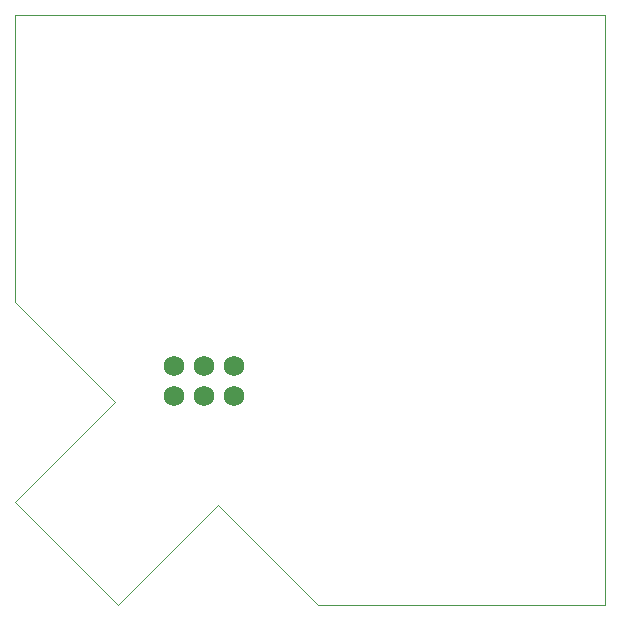
<source format=gbs>
G75*
%MOIN*%
%OFA0B0*%
%FSLAX25Y25*%
%IPPOS*%
%LPD*%
%AMOC8*
5,1,8,0,0,1.08239X$1,22.5*
%
%ADD10C,0.00000*%
%ADD11C,0.06800*%
D10*
X0007833Y0042085D02*
X0041297Y0075549D01*
X0007833Y0109014D01*
X0007833Y0204683D01*
X0204683Y0204683D01*
X0204683Y0007833D01*
X0109014Y0007833D01*
X0075549Y0041297D01*
X0042085Y0007833D01*
X0007833Y0042085D01*
D11*
X0060825Y0077636D03*
X0070825Y0077636D03*
X0080825Y0077636D03*
X0080825Y0087636D03*
X0070825Y0087636D03*
X0060825Y0087636D03*
M02*

</source>
